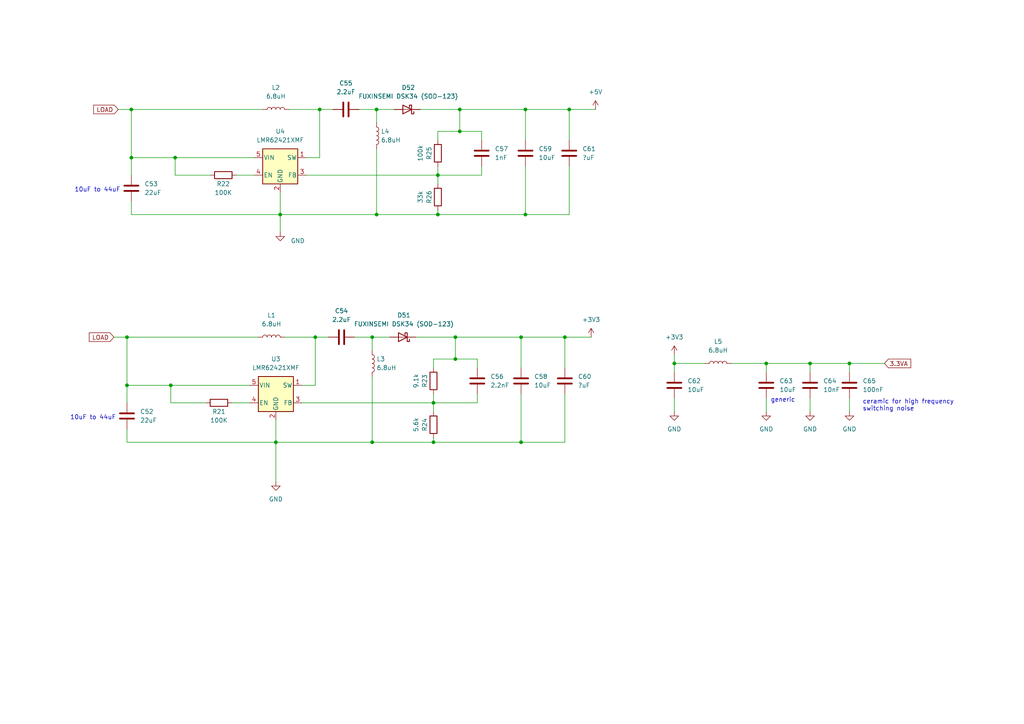
<source format=kicad_sch>
(kicad_sch (version 20211123) (generator eeschema)
  (paper "A4")
  (lib_symbols
    (symbol "Device:C" (pin_numbers hide) (pin_names (offset 0.254))
      (property "Reference" "C" (at 0.635 2.54 0))
      (property "Value" "C" (at 0.635 -2.54 0))
      (symbol "C_0_1"
        (polyline (pts (xy -2.032 -0.762) (xy 2.032 -0.762)) (stroke (width 0.508)))
        (polyline (pts (xy -2.032 0.762) (xy 2.032 0.762)) (stroke (width 0.508)))
      )
      (symbol "C_1_1"
        (pin passive line (at 0 3.81 270) (length 2.794) (name "~") (number "1"))
        (pin passive line (at 0 -3.81 90) (length 2.794) (name "~") (number "2"))
      )
    )
    (symbol "Device:L" (pin_numbers hide) (pin_names (offset 1.016) hide)
      (property "Reference" "L" (at -1.27 0 90))
      (property "Value" "L" (at 1.905 0 90))
      (symbol "L_0_1"
        (arc (start 0 -2.54) (mid 0.635 -1.905) (end 0 -1.27))
        (arc (start 0 -1.27) (mid 0.635 -0.635) (end 0 0))
        (arc (start 0 0) (mid 0.635 0.635) (end 0 1.27))
        (arc (start 0 1.27) (mid 0.635 1.905) (end 0 2.54))
      )
      (symbol "L_1_1"
        (pin passive line (at 0 3.81 270) (length 1.27) (name "1") (number "1"))
        (pin passive line (at 0 -3.81 90) (length 1.27) (name "2") (number "2"))
      )
    )
    (symbol "Device:R" (pin_numbers hide) (pin_names (offset 0))
      (property "Reference" "R" (at 2.032 0 90))
      (property "Value" "R" (at 0 0 90))
      (symbol "R_0_1"
        (rectangle (start -1.016 -2.54) (end 1.016 2.54) (stroke (width 0.254)))
      )
      (symbol "R_1_1"
        (pin passive line (at 0 3.81 270) (length 1.27) (name "~") (number "1"))
        (pin passive line (at 0 -3.81 90) (length 1.27) (name "~") (number "2"))
      )
    )
    (symbol "Diode:BAT42W-V" (pin_numbers hide) (pin_names (offset 1.016) hide)
      (property "Reference" "D" (at 0 2.54 0))
      (property "Value" "BAT42W-V" (at 0 -2.54 0))
      (symbol "BAT42W-V_0_1"
        (polyline (pts (xy 1.27 0) (xy -1.27 0)))
        (polyline (pts (xy 1.27 1.27) (xy 1.27 -1.27) (xy -1.27 0) (xy 1.27 1.27)) (stroke (width 0.254)))
        (polyline (pts (xy -1.905 0.635) (xy -1.905 1.27) (xy -1.27 1.27) (xy -1.27 -1.27) (xy -0.635 -1.27) (xy -0.635 -0.635)) (stroke (width 0.254)))
      )
      (symbol "BAT42W-V_1_1"
        (pin passive line (at -3.81 0 0) (length 2.54) (name "K") (number "1"))
        (pin passive line (at 3.81 0 180) (length 2.54) (name "A") (number "2"))
      )
    )
    (symbol "Regulator_Switching:LMR62421XMF" (pin_names (offset 0.254))
      (property "Reference" "U" (at -5.08 6.35 0))
      (property "Value" "LMR62421XMF" (at 0 6.35 0))
      (symbol "LMR62421XMF_0_1"
        (rectangle (start -5.08 5.08) (end 5.08 -5.08) (stroke (width 0.254)) (fill (type background)))
      )
      (symbol "LMR62421XMF_1_1"
        (pin output line (at 7.62 2.54 180) (length 2.54) (name "SW") (number "1"))
        (pin power_in line (at 0 -7.62 90) (length 2.54) (name "GND") (number "2"))
        (pin input line (at 7.62 -2.54 180) (length 2.54) (name "FB") (number "3"))
        (pin input line (at -7.62 -2.54 0) (length 2.54) (name "EN") (number "4"))
        (pin input line (at -7.62 2.54 0) (length 2.54) (name "VIN") (number "5"))
      )
    )
    (symbol "power:+3.3V" (power) (pin_names (offset 0))
      (property "Value" "+3.3V" (at 0 3.556 0))
      (symbol "+3.3V_0_1"
        (polyline (pts (xy -0.762 1.27) (xy 0 2.54)))
        (polyline (pts (xy 0 0) (xy 0 2.54)))
        (polyline (pts (xy 0 2.54) (xy 0.762 1.27)))
      )
      (symbol "+3.3V_1_1"
        (pin power_in line (at 0 0 90) (length 0) hide (name "+3V3") (number "1"))
      )
    )
    (symbol "power:+5V" (power) (pin_names (offset 0))
      (property "Value" "+5V" (at 0 3.556 0))
      (symbol "+5V_0_1"
        (polyline (pts (xy -0.762 1.27) (xy 0 2.54)))
        (polyline (pts (xy 0 0) (xy 0 2.54)))
        (polyline (pts (xy 0 2.54) (xy 0.762 1.27)))
      )
      (symbol "+5V_1_1"
        (pin power_in line (at 0 0 90) (length 0) hide (name "+5V") (number "1"))
      )
    )
    (symbol "power:GND" (power) (pin_names (offset 0))
      (property "Value" "GND" (at 0 -3.81 0))
      (symbol "GND_0_1"
        (polyline (pts (xy 0 0) (xy 0 -1.27) (xy 1.27 -1.27) (xy 0 -2.54) (xy -1.27 -1.27) (xy 0 -1.27)))
      )
      (symbol "GND_1_1"
        (pin power_in line (at 0 0 270) (length 0) hide (name "GND") (number "1"))
      )
    )
  )
  (junction (at 38.1 45.72))
  (junction (at 151.13 128.27))
  (junction (at 195.58 105.41))
  (junction (at 222.25 105.41))
  (junction (at 81.28 62.23))
  (junction (at 132.08 104.14))
  (junction (at 92.71 31.75))
  (junction (at 125.73 116.84))
  (junction (at 152.4 31.75))
  (junction (at 49.53 111.76))
  (junction (at 107.95 97.79))
  (junction (at 152.4 62.23))
  (junction (at 50.8 45.72))
  (junction (at 125.73 128.27))
  (junction (at 91.44 97.79))
  (junction (at 151.13 97.79))
  (junction (at 127 50.8))
  (junction (at 234.95 105.41))
  (junction (at 38.1 31.75))
  (junction (at 163.83 97.79))
  (junction (at 109.22 62.23))
  (junction (at 80.01 128.27))
  (junction (at 246.38 105.41))
  (junction (at 133.35 31.75))
  (junction (at 36.83 97.79))
  (junction (at 107.95 128.27))
  (junction (at 127 62.23))
  (junction (at 165.1 31.75))
  (junction (at 36.83 111.76))
  (junction (at 133.35 38.1))
  (junction (at 132.08 97.79))
  (junction (at 109.22 31.75))
  (wire (pts (xy 120.65 97.79) (xy 132.08 97.79)))
  (wire (pts (xy 49.53 111.76) (xy 72.39 111.76)))
  (wire (pts (xy 234.95 115.57) (xy 234.95 119.38)))
  (wire (pts (xy 102.87 97.79) (xy 107.95 97.79)))
  (wire (pts (xy 87.63 111.76) (xy 91.44 111.76)))
  (wire (pts (xy 36.83 124.46) (xy 36.83 128.27)))
  (wire (pts (xy 151.13 128.27) (xy 125.73 128.27)))
  (wire (pts (xy 38.1 31.75) (xy 38.1 45.72)))
  (wire (pts (xy 38.1 45.72) (xy 50.8 45.72)))
  (wire (pts (xy 163.83 97.79) (xy 151.13 97.79)))
  (wire (pts (xy 88.9 45.72) (xy 92.71 45.72)))
  (wire (pts (xy 34.29 31.75) (xy 38.1 31.75)))
  (wire (pts (xy 125.73 116.84) (xy 138.43 116.84)))
  (wire (pts (xy 49.53 111.76) (xy 49.53 116.84)))
  (wire (pts (xy 38.1 45.72) (xy 38.1 50.8)))
  (wire (pts (xy 91.44 97.79) (xy 95.25 97.79)))
  (wire (pts (xy 127 62.23) (xy 109.22 62.23)))
  (wire (pts (xy 125.73 128.27) (xy 107.95 128.27)))
  (wire (pts (xy 127 48.26) (xy 127 50.8)))
  (wire (pts (xy 138.43 106.68) (xy 138.43 104.14)))
  (wire (pts (xy 109.22 31.75) (xy 109.22 35.56)))
  (wire (pts (xy 92.71 31.75) (xy 96.52 31.75)))
  (wire (pts (xy 138.43 104.14) (xy 132.08 104.14)))
  (wire (pts (xy 127 60.96) (xy 127 62.23)))
  (wire (pts (xy 222.25 115.57) (xy 222.25 119.38)))
  (wire (pts (xy 50.8 45.72) (xy 50.8 50.8)))
  (wire (pts (xy 107.95 97.79) (xy 107.95 101.6)))
  (wire (pts (xy 163.83 97.79) (xy 171.45 97.79)))
  (wire (pts (xy 125.73 104.14) (xy 125.73 106.68)))
  (wire (pts (xy 165.1 62.23) (xy 152.4 62.23)))
  (wire (pts (xy 246.38 115.57) (xy 246.38 119.38)))
  (wire (pts (xy 212.09 105.41) (xy 222.25 105.41)))
  (wire (pts (xy 132.08 97.79) (xy 132.08 104.14)))
  (wire (pts (xy 104.14 31.75) (xy 109.22 31.75)))
  (wire (pts (xy 81.28 55.88) (xy 81.28 62.23)))
  (wire (pts (xy 67.31 116.84) (xy 72.39 116.84)))
  (wire (pts (xy 109.22 62.23) (xy 81.28 62.23)))
  (wire (pts (xy 246.38 105.41) (xy 256.54 105.41)))
  (wire (pts (xy 138.43 116.84) (xy 138.43 114.3)))
  (wire (pts (xy 195.58 115.57) (xy 195.58 119.38)))
  (wire (pts (xy 151.13 97.79) (xy 132.08 97.79)))
  (wire (pts (xy 109.22 43.18) (xy 109.22 62.23)))
  (wire (pts (xy 80.01 121.92) (xy 80.01 128.27)))
  (wire (pts (xy 195.58 105.41) (xy 204.47 105.41)))
  (wire (pts (xy 234.95 105.41) (xy 246.38 105.41)))
  (wire (pts (xy 125.73 127) (xy 125.73 128.27)))
  (wire (pts (xy 195.58 107.95) (xy 195.58 105.41)))
  (wire (pts (xy 50.8 45.72) (xy 73.66 45.72)))
  (wire (pts (xy 81.28 62.23) (xy 81.28 67.31)))
  (wire (pts (xy 80.01 128.27) (xy 80.01 139.7)))
  (wire (pts (xy 139.7 50.8) (xy 139.7 48.26)))
  (wire (pts (xy 92.71 31.75) (xy 83.82 31.75)))
  (wire (pts (xy 132.08 104.14) (xy 125.73 104.14)))
  (wire (pts (xy 133.35 38.1) (xy 127 38.1)))
  (wire (pts (xy 139.7 40.64) (xy 139.7 38.1)))
  (wire (pts (xy 165.1 31.75) (xy 172.72 31.75)))
  (wire (pts (xy 91.44 111.76) (xy 91.44 97.79)))
  (wire (pts (xy 88.9 50.8) (xy 127 50.8)))
  (wire (pts (xy 109.22 31.75) (xy 114.3 31.75)))
  (wire (pts (xy 127 50.8) (xy 127 53.34)))
  (wire (pts (xy 163.83 106.68) (xy 163.83 97.79)))
  (wire (pts (xy 38.1 31.75) (xy 76.2 31.75)))
  (wire (pts (xy 165.1 31.75) (xy 152.4 31.75)))
  (wire (pts (xy 152.4 40.64) (xy 152.4 31.75)))
  (wire (pts (xy 36.83 97.79) (xy 36.83 111.76)))
  (wire (pts (xy 163.83 128.27) (xy 151.13 128.27)))
  (wire (pts (xy 49.53 116.84) (xy 59.69 116.84)))
  (wire (pts (xy 91.44 97.79) (xy 82.55 97.79)))
  (wire (pts (xy 152.4 48.26) (xy 152.4 62.23)))
  (wire (pts (xy 107.95 97.79) (xy 113.03 97.79)))
  (wire (pts (xy 163.83 114.3) (xy 163.83 128.27)))
  (wire (pts (xy 152.4 62.23) (xy 127 62.23)))
  (wire (pts (xy 165.1 40.64) (xy 165.1 31.75)))
  (wire (pts (xy 246.38 105.41) (xy 246.38 107.95)))
  (wire (pts (xy 125.73 116.84) (xy 125.73 119.38)))
  (wire (pts (xy 133.35 31.75) (xy 133.35 38.1)))
  (wire (pts (xy 125.73 114.3) (xy 125.73 116.84)))
  (wire (pts (xy 33.02 97.79) (xy 36.83 97.79)))
  (wire (pts (xy 127 50.8) (xy 139.7 50.8)))
  (wire (pts (xy 222.25 105.41) (xy 222.25 107.95)))
  (wire (pts (xy 152.4 31.75) (xy 133.35 31.75)))
  (wire (pts (xy 139.7 38.1) (xy 133.35 38.1)))
  (wire (pts (xy 222.25 105.41) (xy 234.95 105.41)))
  (wire (pts (xy 36.83 111.76) (xy 49.53 111.76)))
  (wire (pts (xy 234.95 105.41) (xy 234.95 107.95)))
  (wire (pts (xy 151.13 114.3) (xy 151.13 128.27)))
  (wire (pts (xy 165.1 48.26) (xy 165.1 62.23)))
  (wire (pts (xy 87.63 116.84) (xy 125.73 116.84)))
  (wire (pts (xy 195.58 102.87) (xy 195.58 105.41)))
  (wire (pts (xy 36.83 97.79) (xy 74.93 97.79)))
  (wire (pts (xy 36.83 111.76) (xy 36.83 116.84)))
  (wire (pts (xy 121.92 31.75) (xy 133.35 31.75)))
  (wire (pts (xy 127 38.1) (xy 127 40.64)))
  (wire (pts (xy 107.95 128.27) (xy 80.01 128.27)))
  (wire (pts (xy 107.95 109.22) (xy 107.95 128.27)))
  (wire (pts (xy 50.8 50.8) (xy 60.96 50.8)))
  (wire (pts (xy 92.71 45.72) (xy 92.71 31.75)))
  (wire (pts (xy 38.1 62.23) (xy 81.28 62.23)))
  (wire (pts (xy 36.83 128.27) (xy 80.01 128.27)))
  (wire (pts (xy 68.58 50.8) (xy 73.66 50.8)))
  (wire (pts (xy 38.1 58.42) (xy 38.1 62.23)))
  (wire (pts (xy 151.13 106.68) (xy 151.13 97.79)))
  (text "10uF to 44uF" (at 20.32 121.92 0) (effects (font (size 1.27 1.27)) (justify left bottom)))
  (text "generic" (at 223.52 116.84 0) (effects (font (size 1.27 1.27)) (justify left bottom)))
  (text "ceramic for high frequency \nswitching noise" (at 250.19 119.38 0) (effects (font (size 1.27 1.27)) (justify left bottom)))
  (text "10uF to 44uF" (at 21.59 55.88 0) (effects (font (size 1.27 1.27)) (justify left bottom)))
  (global_label "3.3VA" (shape input) (at 256.54 105.41 0) (property "Intersheet References" "${INTERSHEET_REFS}" (effects hide)))
  (global_label "LOAD" (shape input) (at 34.29 31.75 180) (property "Intersheet References" "${INTERSHEET_REFS}" (effects hide)))
  (global_label "LOAD" (shape input) (at 33.02 97.79 180) (property "Intersheet References" "${INTERSHEET_REFS}" (effects hide)))
  (symbol (lib_id "Device:C") (at 195.58 111.76 0) (unit 1)
    (property "Reference" "C62" (at 199.39 110.4899 0) (effects (justify left)))
    (property "Value" "10uF" (at 199.39 113.0299 0) (effects (justify left)))
    (property "Footprint" "Capacitor_SMD:C_0805_2012Metric_Pad1.18x1.45mm_HandSolder" (effects hide))
  )
  (symbol (lib_id "Device:R") (at 127 44.45 0) (unit 1)
    (property "Reference" "R25" (at 124.46 44.45 90))
    (property "Value" "100k" (at 121.92 44.45 90))
    (property "Footprint" "Resistor_SMD:R_0805_2012Metric_Pad1.20x1.40mm_HandSolder" (effects hide))
  )
  (symbol (lib_id "Device:L") (at 107.95 105.41 0) (unit 1)
    (property "Reference" "L3" (at 109.22 104.1399 0) (effects (justify left)))
    (property "Value" "6.8uH" (at 109.22 106.6799 0) (effects (justify left)))
    (property "Footprint" "inductors:inductor_koherelec" (effects hide))
  )
  (symbol (lib_id "Diode:BAT42W-V") (at 118.11 31.75 180) (unit 1)
    (property "Reference" "D52" (at 118.4275 25.4 0))
    (property "Value" "FUXINSEMI DSK34 (SOD-123)" (at 118.4275 27.94 0))
    (property "Footprint" "Diode_SMD:D_SOD-123" (effects hide))
    (property "Datasheet" "https://datasheet.lcsc.com/lcsc/2010271836_FUXINSEMI-DSK34_C908230.pdf" (effects hide))
  )
  (symbol (lib_id "Device:R") (at 125.73 110.49 0) (unit 1)
    (property "Reference" "R23" (at 123.19 110.49 90))
    (property "Value" "9.1k" (at 120.65 110.49 90))
    (property "Footprint" "Resistor_SMD:R_0805_2012Metric_Pad1.20x1.40mm_HandSolder" (effects hide))
  )
  (symbol (lib_id "Device:C") (at 138.43 110.49 0) (unit 1)
    (property "Reference" "C56" (at 142.24 109.2199 0) (effects (justify left)))
    (property "Value" "2.2nF" (at 142.24 111.7599 0) (effects (justify left)))
    (property "Footprint" "Capacitor_SMD:C_0805_2012Metric_Pad1.18x1.45mm_HandSolder" (effects hide))
  )
  (symbol (lib_id "Device:L") (at 78.74 97.79 90) (unit 1)
    (property "Reference" "L1" (at 78.74 91.44 90))
    (property "Value" "6.8uH" (at 78.74 93.98 90))
    (property "Footprint" "inductors:inductor_koherelec" (effects hide))
  )
  (symbol (lib_id "Device:C") (at 246.38 111.76 0) (unit 1)
    (property "Reference" "C65" (at 250.19 110.4899 0) (effects (justify left)))
    (property "Value" "100nF" (at 250.19 113.0299 0) (effects (justify left)))
    (property "Footprint" "Capacitor_SMD:C_0805_2012Metric_Pad1.18x1.45mm_HandSolder" (effects hide))
  )
  (symbol (lib_id "Device:L") (at 80.01 31.75 90) (unit 1)
    (property "Reference" "L2" (at 80.01 25.4 90))
    (property "Value" "6.8uH" (at 80.01 27.94 90))
    (property "Footprint" "inductors:inductor_koherelec" (effects hide))
  )
  (symbol (lib_id "Device:C") (at 100.33 31.75 90) (unit 1)
    (property "Reference" "C55" (at 100.33 24.13 90))
    (property "Value" "2.2uF" (at 100.33 26.67 90))
    (property "Footprint" "Capacitor_SMD:C_0805_2012Metric_Pad1.18x1.45mm_HandSolder" (effects hide))
  )
  (symbol (lib_id "power:+3.3V") (at 171.45 97.79 0) (unit 1)
    (property "Reference" "#PWR015" (effects hide))
    (property "Value" "+3.3V" (at 171.45 92.71 0))
  )
  (symbol (lib_id "Device:C") (at 222.25 111.76 0) (unit 1)
    (property "Reference" "C63" (at 226.06 110.4899 0) (effects (justify left)))
    (property "Value" "10uF" (at 226.06 113.0299 0) (effects (justify left)))
    (property "Footprint" "Capacitor_SMD:C_0805_2012Metric_Pad1.18x1.45mm_HandSolder" (effects hide))
  )
  (symbol (lib_id "Device:R") (at 64.77 50.8 90) (unit 1)
    (property "Reference" "R22" (at 64.77 53.34 90))
    (property "Value" "100K" (at 64.77 55.88 90))
    (property "Footprint" "Resistor_SMD:R_0805_2012Metric_Pad1.20x1.40mm_HandSolder" (effects hide))
  )
  (symbol (lib_id "power:GND") (at 80.01 139.7 0) (unit 1)
    (property "Reference" "#PWR013" (effects hide))
    (property "Value" "GND" (at 80.01 144.78 0))
  )
  (symbol (lib_id "Device:L") (at 208.28 105.41 90) (unit 1)
    (property "Reference" "L5" (at 208.28 99.06 90))
    (property "Value" "6.8uH" (at 208.28 101.6 90))
    (property "Footprint" "inductors:inductor_koherelec" (effects hide))
  )
  (symbol (lib_id "Device:C") (at 139.7 44.45 0) (unit 1)
    (property "Reference" "C57" (at 143.51 43.1799 0) (effects (justify left)))
    (property "Value" "1nF" (at 143.51 45.7199 0) (effects (justify left)))
    (property "Footprint" "Capacitor_SMD:C_0805_2012Metric_Pad1.18x1.45mm_HandSolder" (effects hide))
  )
  (symbol (lib_id "power:+3.3V") (at 195.58 102.87 0) (unit 1)
    (property "Reference" "#PWR017" (effects hide))
    (property "Value" "+3.3V" (at 195.58 97.79 0))
  )
  (symbol (lib_id "Device:C") (at 38.1 54.61 0) (unit 1)
    (property "Reference" "C53" (at 41.91 53.3399 0) (effects (justify left)))
    (property "Value" "22uF" (at 41.91 55.8799 0) (effects (justify left)))
    (property "Footprint" "Capacitor_SMD:C_0805_2012Metric_Pad1.18x1.45mm_HandSolder" (effects hide))
  )
  (symbol (lib_id "Device:C") (at 151.13 110.49 0) (unit 1)
    (property "Reference" "C58" (at 154.94 109.2199 0) (effects (justify left)))
    (property "Value" "10uF" (at 154.94 111.7599 0) (effects (justify left)))
    (property "Footprint" "Capacitor_SMD:C_0805_2012Metric_Pad1.18x1.45mm_HandSolder" (effects hide))
  )
  (symbol (lib_id "power:GND") (at 81.28 67.31 0) (unit 1)
    (property "Reference" "#PWR014" (effects hide))
    (property "Value" "GND" (at 86.36 69.85 0))
  )
  (symbol (lib_id "Device:R") (at 125.73 123.19 0) (unit 1)
    (property "Reference" "R24" (at 123.19 123.19 90))
    (property "Value" "5.6k" (at 120.65 123.19 90))
    (property "Footprint" "Resistor_SMD:R_0805_2012Metric_Pad1.20x1.40mm_HandSolder" (effects hide))
  )
  (symbol (lib_id "Device:C") (at 234.95 111.76 0) (unit 1)
    (property "Reference" "C64" (at 238.76 110.4899 0) (effects (justify left)))
    (property "Value" "10nF" (at 238.76 113.0299 0) (effects (justify left)))
    (property "Footprint" "Capacitor_SMD:C_0805_2012Metric_Pad1.18x1.45mm_HandSolder" (effects hide))
  )
  (symbol (lib_id "power:+5V") (at 172.72 31.75 0) (unit 1)
    (property "Reference" "#PWR016" (effects hide))
    (property "Value" "+5V" (at 172.72 26.67 0))
  )
  (symbol (lib_id "power:GND") (at 246.38 119.38 0) (unit 1)
    (property "Reference" "#PWR021" (effects hide))
    (property "Value" "GND" (at 246.38 124.46 0))
  )
  (symbol (lib_id "Regulator_Switching:LMR62421XMF") (at 80.01 114.3 0) (unit 1)
    (property "Reference" "U3" (at 80.01 104.14 0))
    (property "Value" "LMR62421XMF" (at 80.01 106.68 0))
    (property "Footprint" "Package_TO_SOT_SMD:SOT-23-5" (effects hide))
    (property "Datasheet" "http://www.ti.com/lit/ds/symlink/lmr62421.pdf" (effects hide))
  )
  (symbol (lib_id "Device:R") (at 63.5 116.84 90) (unit 1)
    (property "Reference" "R21" (at 63.5 119.38 90))
    (property "Value" "100K" (at 63.5 121.92 90))
    (property "Footprint" "Resistor_SMD:R_0805_2012Metric_Pad1.20x1.40mm_HandSolder" (effects hide))
  )
  (symbol (lib_id "power:GND") (at 222.25 119.38 0) (unit 1)
    (property "Reference" "#PWR019" (effects hide))
    (property "Value" "GND" (at 222.25 124.46 0))
  )
  (symbol (lib_id "Regulator_Switching:LMR62421XMF") (at 81.28 48.26 0) (unit 1)
    (property "Reference" "U4" (at 81.28 38.1 0))
    (property "Value" "LMR62421XMF" (at 81.28 40.64 0))
    (property "Footprint" "Package_TO_SOT_SMD:SOT-23-5" (effects hide))
    (property "Datasheet" "http://www.ti.com/lit/ds/symlink/lmr62421.pdf" (effects hide))
  )
  (symbol (lib_id "Device:C") (at 165.1 44.45 0) (unit 1)
    (property "Reference" "C61" (at 168.91 43.1799 0) (effects (justify left)))
    (property "Value" "?uF" (at 168.91 45.7199 0) (effects (justify left)))
    (property "Footprint" "Capacitor_SMD:C_0805_2012Metric_Pad1.18x1.45mm_HandSolder" (effects hide))
  )
  (symbol (lib_id "Device:C") (at 152.4 44.45 0) (unit 1)
    (property "Reference" "C59" (at 156.21 43.1799 0) (effects (justify left)))
    (property "Value" "10uF" (at 156.21 45.7199 0) (effects (justify left)))
    (property "Footprint" "Capacitor_SMD:C_0805_2012Metric_Pad1.18x1.45mm_HandSolder" (effects hide))
  )
  (symbol (lib_id "Device:R") (at 127 57.15 0) (unit 1)
    (property "Reference" "R26" (at 124.46 57.15 90))
    (property "Value" "33k" (at 121.92 57.15 90))
    (property "Footprint" "Resistor_SMD:R_0805_2012Metric_Pad1.20x1.40mm_HandSolder" (effects hide))
  )
  (symbol (lib_id "Device:C") (at 163.83 110.49 0) (unit 1)
    (property "Reference" "C60" (at 167.64 109.2199 0) (effects (justify left)))
    (property "Value" "?uF" (at 167.64 111.7599 0) (effects (justify left)))
    (property "Footprint" "Capacitor_SMD:C_0805_2012Metric_Pad1.18x1.45mm_HandSolder" (effects hide))
  )
  (symbol (lib_id "Diode:BAT42W-V") (at 116.84 97.79 180) (unit 1)
    (property "Reference" "D51" (at 117.1575 91.44 0))
    (property "Value" "FUXINSEMI DSK34 (SOD-123)" (at 117.1575 93.98 0))
    (property "Footprint" "Diode_SMD:D_SOD-123" (effects hide))
    (property "Datasheet" "https://datasheet.lcsc.com/lcsc/2010271836_FUXINSEMI-DSK34_C908230.pdf" (effects hide))
  )
  (symbol (lib_id "Device:C") (at 99.06 97.79 90) (unit 1)
    (property "Reference" "C54" (at 99.06 90.17 90))
    (property "Value" "2.2uF" (at 99.06 92.71 90))
    (property "Footprint" "Capacitor_SMD:C_0805_2012Metric_Pad1.18x1.45mm_HandSolder" (effects hide))
  )
  (symbol (lib_id "power:GND") (at 195.58 119.38 0) (unit 1)
    (property "Reference" "#PWR018" (effects hide))
    (property "Value" "GND" (at 195.58 124.46 0))
  )
  (symbol (lib_id "power:GND") (at 234.95 119.38 0) (unit 1)
    (property "Reference" "#PWR020" (effects hide))
    (property "Value" "GND" (at 234.95 124.46 0))
  )
  (symbol (lib_id "Device:L") (at 109.22 39.37 0) (unit 1)
    (property "Reference" "L4" (at 110.49 38.0999 0) (effects (justify left)))
    (property "Value" "6.8uH" (at 110.49 40.6399 0) (effects (justify left)))
    (property "Footprint" "inductors:inductor_koherelec" (effects hide))
  )
  (symbol (lib_id "Device:C") (at 36.83 120.65 0) (unit 1)
    (property "Reference" "C52" (at 40.64 119.3799 0) (effects (justify left)))
    (property "Value" "22uF" (at 40.64 121.9199 0) (effects (justify left)))
    (property "Footprint" "Capacitor_SMD:C_0805_2012Metric_Pad1.18x1.45mm_HandSolder" (effects hide))
  )
)
</source>
